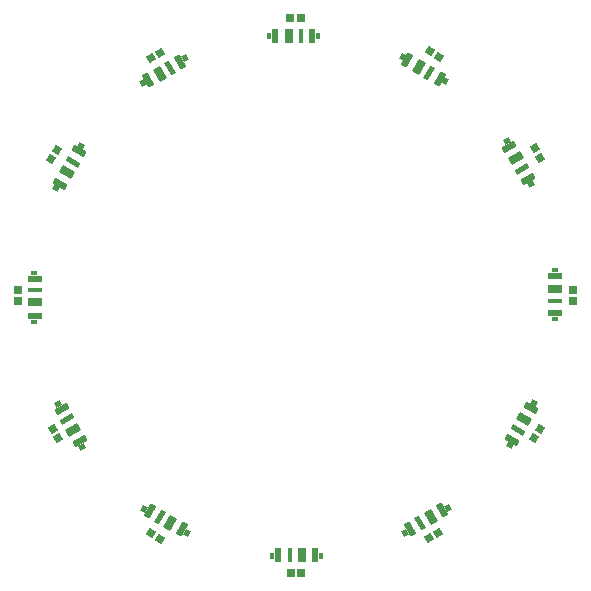
<source format=gtp>
G04*
G04 #@! TF.GenerationSoftware,Altium Limited,Altium Designer,21.8.1 (53)*
G04*
G04 Layer_Color=8421504*
%FSLAX25Y25*%
%MOIN*%
G70*
G04*
G04 #@! TF.SameCoordinates,890B58B6-DEF3-4EBB-B803-0FA26A9B754B*
G04*
G04*
G04 #@! TF.FilePolarity,Positive*
G04*
G01*
G75*
G04:AMPARAMS|DCode=12|XSize=25.59mil|YSize=25.2mil|CornerRadius=0mil|HoleSize=0mil|Usage=FLASHONLY|Rotation=330.000|XOffset=0mil|YOffset=0mil|HoleType=Round|Shape=Rectangle|*
%AMROTATEDRECTD12*
4,1,4,-0.01738,-0.00451,-0.00478,0.01731,0.01738,0.00451,0.00478,-0.01731,-0.01738,-0.00451,0.0*
%
%ADD12ROTATEDRECTD12*%

%ADD13R,0.02165X0.04724*%
%ADD14R,0.02756X0.04724*%
%ADD15R,0.01772X0.04724*%
%ADD16R,0.01772X0.02165*%
G04:AMPARAMS|DCode=17|XSize=47.24mil|YSize=21.65mil|CornerRadius=0mil|HoleSize=0mil|Usage=FLASHONLY|Rotation=60.000|XOffset=0mil|YOffset=0mil|HoleType=Round|Shape=Rectangle|*
%AMROTATEDRECTD17*
4,1,4,-0.00244,-0.02587,-0.02119,-0.01504,0.00244,0.02587,0.02119,0.01504,-0.00244,-0.02587,0.0*
%
%ADD17ROTATEDRECTD17*%

%ADD18R,0.02559X0.02520*%
G04:AMPARAMS|DCode=19|XSize=25.59mil|YSize=25.2mil|CornerRadius=0mil|HoleSize=0mil|Usage=FLASHONLY|Rotation=210.000|XOffset=0mil|YOffset=0mil|HoleType=Round|Shape=Rectangle|*
%AMROTATEDRECTD19*
4,1,4,0.00478,0.01731,0.01738,-0.00451,-0.00478,-0.01731,-0.01738,0.00451,0.00478,0.01731,0.0*
%
%ADD19ROTATEDRECTD19*%

G04:AMPARAMS|DCode=20|XSize=25.59mil|YSize=25.2mil|CornerRadius=0mil|HoleSize=0mil|Usage=FLASHONLY|Rotation=300.000|XOffset=0mil|YOffset=0mil|HoleType=Round|Shape=Rectangle|*
%AMROTATEDRECTD20*
4,1,4,-0.01731,0.00478,0.00451,0.01738,0.01731,-0.00478,-0.00451,-0.01738,-0.01731,0.00478,0.0*
%
%ADD20ROTATEDRECTD20*%

%ADD21R,0.02520X0.02559*%
G04:AMPARAMS|DCode=22|XSize=25.59mil|YSize=25.2mil|CornerRadius=0mil|HoleSize=0mil|Usage=FLASHONLY|Rotation=240.000|XOffset=0mil|YOffset=0mil|HoleType=Round|Shape=Rectangle|*
%AMROTATEDRECTD22*
4,1,4,-0.00451,0.01738,0.01731,0.00478,0.00451,-0.01738,-0.01731,-0.00478,-0.00451,0.01738,0.0*
%
%ADD22ROTATEDRECTD22*%

G04:AMPARAMS|DCode=23|XSize=47.24mil|YSize=27.56mil|CornerRadius=0mil|HoleSize=0mil|Usage=FLASHONLY|Rotation=240.000|XOffset=0mil|YOffset=0mil|HoleType=Round|Shape=Rectangle|*
%AMROTATEDRECTD23*
4,1,4,-0.00012,0.02735,0.02374,0.01357,0.00012,-0.02735,-0.02374,-0.01357,-0.00012,0.02735,0.0*
%
%ADD23ROTATEDRECTD23*%

G04:AMPARAMS|DCode=24|XSize=47.24mil|YSize=17.72mil|CornerRadius=0mil|HoleSize=0mil|Usage=FLASHONLY|Rotation=240.000|XOffset=0mil|YOffset=0mil|HoleType=Round|Shape=Rectangle|*
%AMROTATEDRECTD24*
4,1,4,0.00414,0.02489,0.01948,0.01603,-0.00414,-0.02489,-0.01948,-0.01603,0.00414,0.02489,0.0*
%
%ADD24ROTATEDRECTD24*%

G04:AMPARAMS|DCode=25|XSize=21.65mil|YSize=17.72mil|CornerRadius=0mil|HoleSize=0mil|Usage=FLASHONLY|Rotation=240.000|XOffset=0mil|YOffset=0mil|HoleType=Round|Shape=Rectangle|*
%AMROTATEDRECTD25*
4,1,4,-0.00226,0.01381,0.01309,0.00495,0.00226,-0.01381,-0.01309,-0.00495,-0.00226,0.01381,0.0*
%
%ADD25ROTATEDRECTD25*%

G04:AMPARAMS|DCode=26|XSize=47.24mil|YSize=21.65mil|CornerRadius=0mil|HoleSize=0mil|Usage=FLASHONLY|Rotation=210.000|XOffset=0mil|YOffset=0mil|HoleType=Round|Shape=Rectangle|*
%AMROTATEDRECTD26*
4,1,4,0.01504,0.02119,0.02587,0.00244,-0.01504,-0.02119,-0.02587,-0.00244,0.01504,0.02119,0.0*
%
%ADD26ROTATEDRECTD26*%

G04:AMPARAMS|DCode=27|XSize=47.24mil|YSize=27.56mil|CornerRadius=0mil|HoleSize=0mil|Usage=FLASHONLY|Rotation=210.000|XOffset=0mil|YOffset=0mil|HoleType=Round|Shape=Rectangle|*
%AMROTATEDRECTD27*
4,1,4,0.01357,0.02374,0.02735,-0.00012,-0.01357,-0.02374,-0.02735,0.00012,0.01357,0.02374,0.0*
%
%ADD27ROTATEDRECTD27*%

G04:AMPARAMS|DCode=28|XSize=47.24mil|YSize=17.72mil|CornerRadius=0mil|HoleSize=0mil|Usage=FLASHONLY|Rotation=210.000|XOffset=0mil|YOffset=0mil|HoleType=Round|Shape=Rectangle|*
%AMROTATEDRECTD28*
4,1,4,0.01603,0.01948,0.02489,0.00414,-0.01603,-0.01948,-0.02489,-0.00414,0.01603,0.01948,0.0*
%
%ADD28ROTATEDRECTD28*%

G04:AMPARAMS|DCode=29|XSize=21.65mil|YSize=17.72mil|CornerRadius=0mil|HoleSize=0mil|Usage=FLASHONLY|Rotation=210.000|XOffset=0mil|YOffset=0mil|HoleType=Round|Shape=Rectangle|*
%AMROTATEDRECTD29*
4,1,4,0.00495,0.01309,0.01381,-0.00226,-0.00495,-0.01309,-0.01381,0.00226,0.00495,0.01309,0.0*
%
%ADD29ROTATEDRECTD29*%

%ADD30R,0.04724X0.02165*%
%ADD31R,0.04724X0.02756*%
%ADD32R,0.04724X0.01772*%
%ADD33R,0.02165X0.01772*%
G04:AMPARAMS|DCode=34|XSize=47.24mil|YSize=21.65mil|CornerRadius=0mil|HoleSize=0mil|Usage=FLASHONLY|Rotation=150.000|XOffset=0mil|YOffset=0mil|HoleType=Round|Shape=Rectangle|*
%AMROTATEDRECTD34*
4,1,4,0.02587,-0.00244,0.01504,-0.02119,-0.02587,0.00244,-0.01504,0.02119,0.02587,-0.00244,0.0*
%
%ADD34ROTATEDRECTD34*%

G04:AMPARAMS|DCode=35|XSize=47.24mil|YSize=27.56mil|CornerRadius=0mil|HoleSize=0mil|Usage=FLASHONLY|Rotation=150.000|XOffset=0mil|YOffset=0mil|HoleType=Round|Shape=Rectangle|*
%AMROTATEDRECTD35*
4,1,4,0.02735,0.00012,0.01357,-0.02374,-0.02735,-0.00012,-0.01357,0.02374,0.02735,0.00012,0.0*
%
%ADD35ROTATEDRECTD35*%

G04:AMPARAMS|DCode=36|XSize=47.24mil|YSize=17.72mil|CornerRadius=0mil|HoleSize=0mil|Usage=FLASHONLY|Rotation=150.000|XOffset=0mil|YOffset=0mil|HoleType=Round|Shape=Rectangle|*
%AMROTATEDRECTD36*
4,1,4,0.02489,-0.00414,0.01603,-0.01948,-0.02489,0.00414,-0.01603,0.01948,0.02489,-0.00414,0.0*
%
%ADD36ROTATEDRECTD36*%

G04:AMPARAMS|DCode=37|XSize=21.65mil|YSize=17.72mil|CornerRadius=0mil|HoleSize=0mil|Usage=FLASHONLY|Rotation=150.000|XOffset=0mil|YOffset=0mil|HoleType=Round|Shape=Rectangle|*
%AMROTATEDRECTD37*
4,1,4,0.01381,0.00226,0.00495,-0.01309,-0.01381,-0.00226,-0.00495,0.01309,0.01381,0.00226,0.0*
%
%ADD37ROTATEDRECTD37*%

G04:AMPARAMS|DCode=38|XSize=47.24mil|YSize=21.65mil|CornerRadius=0mil|HoleSize=0mil|Usage=FLASHONLY|Rotation=120.000|XOffset=0mil|YOffset=0mil|HoleType=Round|Shape=Rectangle|*
%AMROTATEDRECTD38*
4,1,4,0.02119,-0.01504,0.00244,-0.02587,-0.02119,0.01504,-0.00244,0.02587,0.02119,-0.01504,0.0*
%
%ADD38ROTATEDRECTD38*%

G04:AMPARAMS|DCode=39|XSize=47.24mil|YSize=27.56mil|CornerRadius=0mil|HoleSize=0mil|Usage=FLASHONLY|Rotation=120.000|XOffset=0mil|YOffset=0mil|HoleType=Round|Shape=Rectangle|*
%AMROTATEDRECTD39*
4,1,4,0.02374,-0.01357,-0.00012,-0.02735,-0.02374,0.01357,0.00012,0.02735,0.02374,-0.01357,0.0*
%
%ADD39ROTATEDRECTD39*%

G04:AMPARAMS|DCode=40|XSize=47.24mil|YSize=17.72mil|CornerRadius=0mil|HoleSize=0mil|Usage=FLASHONLY|Rotation=120.000|XOffset=0mil|YOffset=0mil|HoleType=Round|Shape=Rectangle|*
%AMROTATEDRECTD40*
4,1,4,0.01948,-0.01603,0.00414,-0.02489,-0.01948,0.01603,-0.00414,0.02489,0.01948,-0.01603,0.0*
%
%ADD40ROTATEDRECTD40*%

G04:AMPARAMS|DCode=41|XSize=21.65mil|YSize=17.72mil|CornerRadius=0mil|HoleSize=0mil|Usage=FLASHONLY|Rotation=120.000|XOffset=0mil|YOffset=0mil|HoleType=Round|Shape=Rectangle|*
%AMROTATEDRECTD41*
4,1,4,0.01309,-0.00495,-0.00226,-0.01381,-0.01309,0.00495,0.00226,0.01381,0.01309,-0.00495,0.0*
%
%ADD41ROTATEDRECTD41*%

D12*
X458466Y225886D02*
D03*
X461534Y224114D02*
D03*
X368500Y63500D02*
D03*
X365431Y65272D02*
D03*
D13*
X406799Y230894D02*
D03*
X419201D02*
D03*
X420201Y58106D02*
D03*
X407799D02*
D03*
D14*
X411228Y230894D02*
D03*
X415772Y58106D02*
D03*
D15*
X415264Y230894D02*
D03*
X411736Y58106D02*
D03*
D16*
X404831Y231189D02*
D03*
X421169D02*
D03*
X422169Y57811D02*
D03*
X405831D02*
D03*
D17*
X450827Y222941D02*
D03*
X375673Y66559D02*
D03*
X364933Y72759D02*
D03*
X461567Y216741D02*
D03*
D18*
X415500Y52000D02*
D03*
X411957D02*
D03*
X411728Y237000D02*
D03*
X415272D02*
D03*
D19*
X461034Y65386D02*
D03*
X457966Y63614D02*
D03*
X365466Y223614D02*
D03*
X368534Y225386D02*
D03*
D20*
X493228Y193569D02*
D03*
X495000Y190500D02*
D03*
X334386Y96966D02*
D03*
X332614Y100034D02*
D03*
D21*
X506000Y146272D02*
D03*
Y142728D02*
D03*
X321000D02*
D03*
Y146272D02*
D03*
D22*
X494886Y100034D02*
D03*
X493114Y96966D02*
D03*
X332114Y189966D02*
D03*
X333886Y193034D02*
D03*
D23*
X371837Y68773D02*
D03*
X454663Y220727D02*
D03*
D24*
X368343Y70791D02*
D03*
X458157Y218709D02*
D03*
D25*
X377230Y65319D02*
D03*
X363081Y73488D02*
D03*
X449270Y224181D02*
D03*
X463419Y216012D02*
D03*
D26*
X341759Y95933D02*
D03*
X335559Y106673D02*
D03*
X484741Y194067D02*
D03*
X490941Y183327D02*
D03*
D27*
X339545Y99769D02*
D03*
X486955Y190231D02*
D03*
D28*
X337527Y103264D02*
D03*
X488973Y186736D02*
D03*
D29*
X342488Y94081D02*
D03*
X334319Y108230D02*
D03*
X484012Y195919D02*
D03*
X492181Y181770D02*
D03*
D30*
X326606Y137799D02*
D03*
Y150201D02*
D03*
X499894Y151201D02*
D03*
Y138799D02*
D03*
D31*
X326606Y142228D02*
D03*
X499894Y146772D02*
D03*
D32*
X326606Y146264D02*
D03*
X499894Y142736D02*
D03*
D33*
X326311Y135831D02*
D03*
Y152169D02*
D03*
X500189Y153169D02*
D03*
Y136831D02*
D03*
D34*
X335059Y181827D02*
D03*
X341259Y192567D02*
D03*
X491941Y107173D02*
D03*
X485741Y96433D02*
D03*
D35*
X337273Y185663D02*
D03*
X489727Y103337D02*
D03*
D36*
X339291Y189157D02*
D03*
X487709Y99843D02*
D03*
D37*
X333819Y180270D02*
D03*
X341988Y194419D02*
D03*
X493181Y108730D02*
D03*
X485012Y94581D02*
D03*
D38*
X364433Y216241D02*
D03*
X375173Y222441D02*
D03*
X462497Y72986D02*
D03*
X451757Y66785D02*
D03*
D39*
X368269Y218455D02*
D03*
X458661Y70771D02*
D03*
D40*
X371764Y220473D02*
D03*
X455166Y68754D02*
D03*
D41*
X362581Y215512D02*
D03*
X376730Y223681D02*
D03*
X464350Y73715D02*
D03*
X450200Y65545D02*
D03*
M02*

</source>
